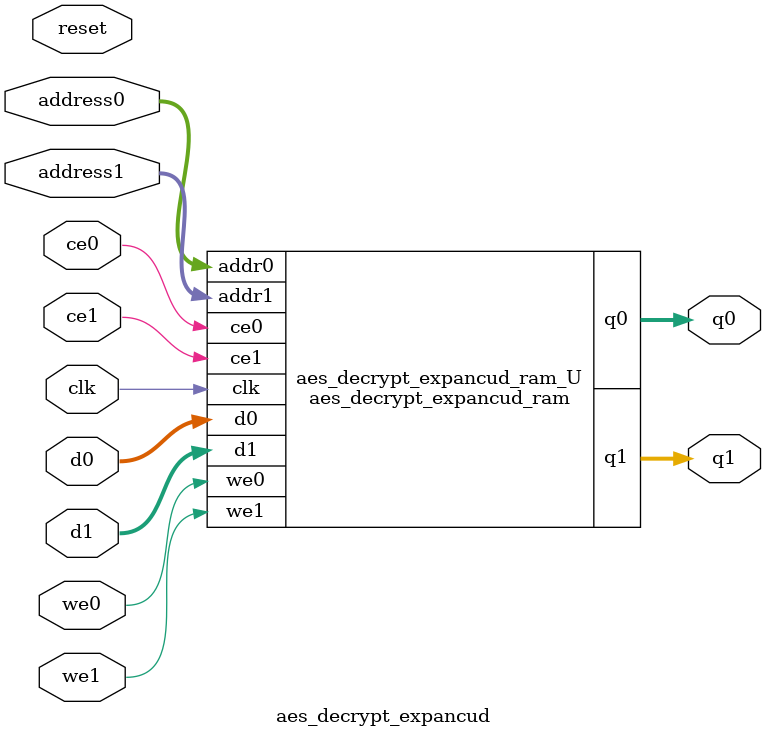
<source format=v>
`timescale 1 ns / 1 ps
module aes_decrypt_expancud_ram (addr0, ce0, d0, we0, q0, addr1, ce1, d1, we1, q1,  clk);

parameter DWIDTH = 8;
parameter AWIDTH = 6;
parameter MEM_SIZE = 44;

input[AWIDTH-1:0] addr0;
input ce0;
input[DWIDTH-1:0] d0;
input we0;
output reg[DWIDTH-1:0] q0;
input[AWIDTH-1:0] addr1;
input ce1;
input[DWIDTH-1:0] d1;
input we1;
output reg[DWIDTH-1:0] q1;
input clk;

(* ram_style = "block" *)reg [DWIDTH-1:0] ram[0:MEM_SIZE-1];




always @(posedge clk)  
begin 
    if (ce0) begin
        if (we0) 
            ram[addr0] <= d0; 
        q0 <= ram[addr0];
    end
end


always @(posedge clk)  
begin 
    if (ce1) begin
        if (we1) 
            ram[addr1] <= d1; 
        q1 <= ram[addr1];
    end
end


endmodule

`timescale 1 ns / 1 ps
module aes_decrypt_expancud(
    reset,
    clk,
    address0,
    ce0,
    we0,
    d0,
    q0,
    address1,
    ce1,
    we1,
    d1,
    q1);

parameter DataWidth = 32'd8;
parameter AddressRange = 32'd44;
parameter AddressWidth = 32'd6;
input reset;
input clk;
input[AddressWidth - 1:0] address0;
input ce0;
input we0;
input[DataWidth - 1:0] d0;
output[DataWidth - 1:0] q0;
input[AddressWidth - 1:0] address1;
input ce1;
input we1;
input[DataWidth - 1:0] d1;
output[DataWidth - 1:0] q1;



aes_decrypt_expancud_ram aes_decrypt_expancud_ram_U(
    .clk( clk ),
    .addr0( address0 ),
    .ce0( ce0 ),
    .we0( we0 ),
    .d0( d0 ),
    .q0( q0 ),
    .addr1( address1 ),
    .ce1( ce1 ),
    .we1( we1 ),
    .d1( d1 ),
    .q1( q1 ));

endmodule


</source>
